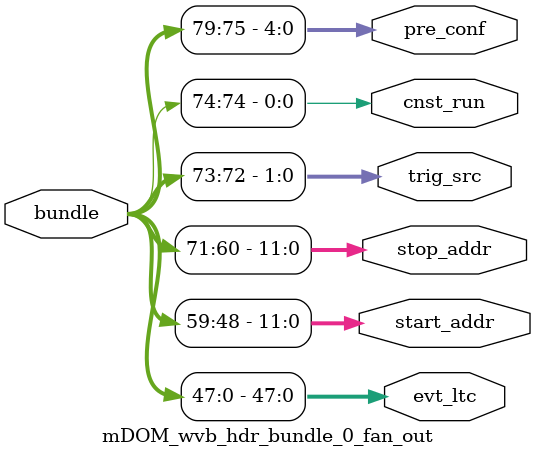
<source format=v>
module mDOM_wvb_hdr_bundle_0_fan_out
  (
   bundle,
   evt_ltc,
   start_addr,
   stop_addr,
   trig_src,
   cnst_run,
   pre_conf
  );

`include "mDOM_wvb_hdr_bundle_0_inc.v"

   input [79:0] bundle;
   output [47:0] evt_ltc;
   output [11:0] start_addr;
   output [11:0] stop_addr;
   output [1:0] trig_src;
   output [0:0] cnst_run;
   output [4:0] pre_conf;

assign evt_ltc = bundle[47:0];
assign start_addr = bundle[59:48];
assign stop_addr = bundle[71:60];
assign trig_src = bundle[73:72];
assign cnst_run = bundle[74:74];
assign pre_conf = bundle[79:75];

endmodule

</source>
